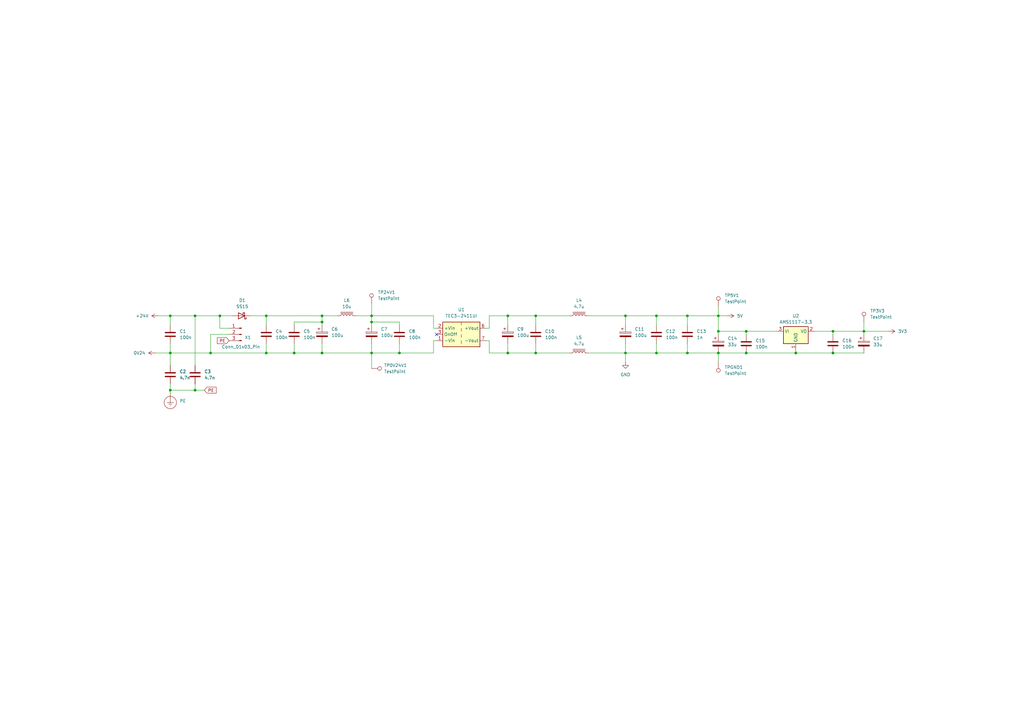
<source format=kicad_sch>
(kicad_sch (version 20250114) (generator "eeschema") (generator_version "9.0")
  (paper "A3")
  (title_block (title "Napajanje 5 V i 3,3 V") (date "2025-05-20") (rev "V1") (company "TVZ"))
  (lib_symbols
    (symbol "Connector:Conn_01x03_Pin" (pin_names (offset 1.016) (hide yes))
      (property "Reference" "J" (at 0 5.08 0))
      (property "Value" "Conn_01x03_Pin" (at 0 -5.08 0))
      (symbol "Conn_01x03_Pin_1_1"
        (rectangle (start 0.8636 2.667) (end 0 2.413) (stroke (width 0.1524)) (fill (type outline)))
        (rectangle (start 0.8636 0.127) (end 0 -0.127) (stroke (width 0.1524)) (fill (type outline)))
        (rectangle (start 0.8636 -2.413) (end 0 -2.667) (stroke (width 0.1524)) (fill (type outline)))
        (polyline (pts (xy 1.27 2.54) (xy 0.8636 2.54)) (stroke (width 0.1524)))
        (polyline (pts (xy 1.27 0) (xy 0.8636 0)) (stroke (width 0.1524)))
        (polyline (pts (xy 1.27 -2.54) (xy 0.8636 -2.54)) (stroke (width 0.1524)))
        (pin passive line (at 5.08 2.54 180) (length 3.81) (name "Pin_1") (number "1"))
        (pin passive line (at 5.08 0 180) (length 3.81) (name "Pin_2") (number "2"))
        (pin passive line (at 5.08 -2.54 180) (length 3.81) (name "Pin_3") (number "3"))
      )
    )
    (symbol "Connector:TestPoint" (pin_numbers (hide yes)) (pin_names (offset 0.762) (hide yes))
      (property "Reference" "TP" (at 0 6.858 0))
      (property "Value" "TestPoint" (at 0 5.08 0))
      (symbol "TestPoint_0_1"
        (circle (center 0 3.302) (radius 0.762))
      )
      (symbol "TestPoint_1_1"
        (pin passive line (at 0 0 90) (length 2.54) (name "1") (number "1"))
      )
    )
    (symbol "Converter_DCDC:TEC3-2411UI"
      (property "Reference" "U" (at -7.62 6.35 0))
      (property "Value" "TEC3-2411UI" (at 1.524 6.35 0))
      (symbol "TEC3-2411UI_0_0"
        (pin power_in line (at -10.16 2.54 0) (length 2.54) (name "+Vin") (number "2"))
        (pin input line (at -10.16 0 0) (length 2.54) (name "OnOff") (number "3"))
        (pin power_in line (at -10.16 -2.54 0) (length 2.54) (name "-Vin") (number "1"))
        (pin no_connect line (at 0 5.08 270) (length 2.54) (hide yes) (name "NC") (number "5"))
        (pin no_connect line (at 7.62 0 180) (length 2.54) (hide yes) (name "NC") (number "8"))
        (pin power_out line (at 10.16 2.54 180) (length 2.54) (name "+Vout") (number "6"))
        (pin power_out line (at 10.16 -2.54 180) (length 2.54) (name "-Vout") (number "7"))
      )
      (symbol "TEC3-2411UI_0_1"
        (rectangle (start -7.62 5.08) (end 7.62 -5.08) (stroke (width 0.254)) (fill (type background)))
        (polyline (pts (xy 0 5.08) (xy 0 3.81)))
        (polyline (pts (xy 0 2.54) (xy 0 1.27)))
        (polyline (pts (xy 0 0) (xy 0 -1.27)))
        (polyline (pts (xy 0 -2.54) (xy 0 -3.81)))
      )
    )
    (symbol "Device:C" (pin_numbers (hide yes)) (pin_names (offset 0.254))
      (property "Reference" "C" (at 0.635 2.54 0))
      (property "Value" "C" (at 0.635 -2.54 0))
      (symbol "C_0_1"
        (polyline (pts (xy -2.032 0.762) (xy 2.032 0.762)) (stroke (width 0.508)))
        (polyline (pts (xy -2.032 -0.762) (xy 2.032 -0.762)) (stroke (width 0.508)))
      )
      (symbol "C_1_1"
        (pin passive line (at 0 3.81 270) (length 2.794) (name "~") (number "1"))
        (pin passive line (at 0 -3.81 90) (length 2.794) (name "~") (number "2"))
      )
    )
    (symbol "Device:C_Polarized" (pin_numbers (hide yes)) (pin_names (offset 0.254))
      (property "Reference" "C" (at 0.635 2.54 0))
      (property "Value" "C_Polarized" (at 0.635 -2.54 0))
      (symbol "C_Polarized_0_1"
        (rectangle (start -2.286 0.508) (end 2.286 1.016))
        (polyline (pts (xy -1.778 2.286) (xy -0.762 2.286)))
        (polyline (pts (xy -1.27 2.794) (xy -1.27 1.778)))
        (rectangle (start 2.286 -0.508) (end -2.286 -1.016) (fill (type outline)))
      )
      (symbol "C_Polarized_1_1"
        (pin passive line (at 0 3.81 270) (length 2.794) (name "~") (number "1"))
        (pin passive line (at 0 -3.81 90) (length 2.794) (name "~") (number "2"))
      )
    )
    (symbol "Device:D_Schottky" (pin_numbers (hide yes)) (pin_names (offset 1.016) (hide yes))
      (property "Reference" "D" (at 0 2.54 0))
      (property "Value" "D_Schottky" (at 0 -2.54 0))
      (symbol "D_Schottky_0_1"
        (polyline (pts (xy -1.905 0.635) (xy -1.905 1.27) (xy -1.27 1.27) (xy -1.27 -1.27) (xy -0.635 -1.27) (xy -0.635 -0.635)) (stroke (width 0.254)))
        (polyline (pts (xy 1.27 1.27) (xy 1.27 -1.27) (xy -1.27 0) (xy 1.27 1.27)) (stroke (width 0.254)))
        (polyline (pts (xy 1.27 0) (xy -1.27 0)))
      )
      (symbol "D_Schottky_1_1"
        (pin passive line (at -3.81 0 0) (length 2.54) (name "K") (number "1"))
        (pin passive line (at 3.81 0 180) (length 2.54) (name "A") (number "2"))
      )
    )
    (symbol "Device:L_Iron" (pin_numbers (hide yes)) (pin_names (offset 1.016) (hide yes))
      (property "Reference" "L" (at -1.27 0 90))
      (property "Value" "L_Iron" (at 2.794 0 90))
      (symbol "L_Iron_0_1"
        (arc (start 0 2.54) (mid 0.6323 1.905) (end 0 1.27))
        (arc (start 0 1.27) (mid 0.6323 0.635) (end 0 0))
        (arc (start 0 0) (mid 0.6323 -0.635) (end 0 -1.27))
        (arc (start 0 -1.27) (mid 0.6323 -1.905) (end 0 -2.54))
        (polyline (pts (xy 1.016 2.54) (xy 1.016 -2.54)))
        (polyline (pts (xy 1.524 -2.54) (xy 1.524 2.54)))
      )
      (symbol "L_Iron_1_1"
        (pin passive line (at 0 3.81 270) (length 1.27) (name "1") (number "1"))
        (pin passive line (at 0 -3.81 90) (length 1.27) (name "2") (number "2"))
      )
    )
    (symbol "Regulator_Linear:AMS1117-3.3"
      (property "Reference" "U" (at -3.81 3.175 0))
      (property "Value" "AMS1117-3.3" (at 0 3.175 0))
      (symbol "AMS1117-3.3_0_1"
        (rectangle (start -5.08 -5.08) (end 5.08 1.905) (stroke (width 0.254)) (fill (type background)))
      )
      (symbol "AMS1117-3.3_1_1"
        (pin power_in line (at -7.62 0 0) (length 2.54) (name "VI") (number "3"))
        (pin power_in line (at 0 -7.62 90) (length 2.54) (name "GND") (number "1"))
        (pin power_out line (at 7.62 0 180) (length 2.54) (name "VO") (number "2"))
      )
    )
    (symbol "power:+24V" (power) (pin_numbers (hide yes)) (pin_names (offset 0) (hide yes))
      (property "Value" "+24V" (at 0 3.556 0))
      (symbol "+24V_0_1"
        (polyline (pts (xy -0.762 1.27) (xy 0 2.54)))
        (polyline (pts (xy 0 2.54) (xy 0.762 1.27)))
        (polyline (pts (xy 0 0) (xy 0 2.54)))
      )
      (symbol "+24V_1_1"
        (pin power_in line (at 0 0 90) (length 0) (name "~") (number "1"))
      )
    )
    (symbol "power:+3V3" (power) (pin_numbers (hide yes)) (pin_names (offset 0) (hide yes))
      (property "Value" "+3V3" (at 0 3.556 0))
      (symbol "+3V3_0_1"
        (polyline (pts (xy -0.762 1.27) (xy 0 2.54)))
        (polyline (pts (xy 0 2.54) (xy 0.762 1.27)))
        (polyline (pts (xy 0 0) (xy 0 2.54)))
      )
      (symbol "+3V3_1_1"
        (pin power_in line (at 0 0 90) (length 0) (name "~") (number "1"))
      )
    )
    (symbol "power:+5V" (power) (pin_numbers (hide yes)) (pin_names (offset 0) (hide yes))
      (property "Value" "+5V" (at 0 3.556 0))
      (symbol "+5V_0_1"
        (polyline (pts (xy -0.762 1.27) (xy 0 2.54)))
        (polyline (pts (xy 0 2.54) (xy 0.762 1.27)))
        (polyline (pts (xy 0 0) (xy 0 2.54)))
      )
      (symbol "+5V_1_1"
        (pin power_in line (at 0 0 90) (length 0) (name "~") (number "1"))
      )
    )
    (symbol "power:Earth_Protective" (power) (pin_numbers (hide yes)) (pin_names (offset 0) (hide yes))
      (property "Value" "Earth_Protective" (at 0 -7.62 0))
      (symbol "Earth_Protective_0_1"
        (polyline (pts (xy -0.635 -4.445) (xy 0.635 -4.445)))
        (polyline (pts (xy -0.127 -5.08) (xy 0.127 -5.08)))
        (polyline (pts (xy 0 -3.81) (xy 0 0)))
        (circle (center 0 -3.81) (radius 2.54))
        (polyline (pts (xy 1.27 -3.81) (xy -1.27 -3.81)))
      )
      (symbol "Earth_Protective_1_1"
        (pin power_in line (at 0 0 270) (length 0) (name "~") (number "1"))
      )
    )
    (symbol "power:GND" (power) (pin_numbers (hide yes)) (pin_names (offset 0) (hide yes))
      (property "Value" "GND" (at 0 -3.81 0))
      (symbol "GND_0_1"
        (polyline (pts (xy 0 0) (xy 0 -1.27) (xy 1.27 -1.27) (xy 0 -2.54) (xy -1.27 -1.27) (xy 0 -1.27)))
      )
      (symbol "GND_1_1"
        (pin power_in line (at 0 0 270) (length 0) (name "~") (number "1"))
      )
    )
    (symbol "power:VDC" (power) (pin_numbers (hide yes)) (pin_names (offset 0) (hide yes))
      (property "Value" "VDC" (at 0 3.556 0))
      (symbol "VDC_0_1"
        (polyline (pts (xy -0.762 1.27) (xy 0 2.54)))
        (polyline (pts (xy 0 2.54) (xy 0.762 1.27)))
        (polyline (pts (xy 0 0) (xy 0 2.54)))
      )
      (symbol "VDC_1_1"
        (pin power_in line (at 0 0 90) (length 0) (name "~") (number "1"))
      )
    )
  )
  (junction (at 69.85 160.02))
  (junction (at 109.22 144.78))
  (junction (at 294.64 144.78))
  (junction (at 294.64 135.89))
  (junction (at 152.4 132.08))
  (junction (at 80.01 160.02))
  (junction (at 86.36 144.78))
  (junction (at 109.22 129.54))
  (junction (at 120.65 144.78))
  (junction (at 163.83 144.78))
  (junction (at 281.94 129.54))
  (junction (at 219.71 129.54))
  (junction (at 256.54 144.78))
  (junction (at 269.24 129.54))
  (junction (at 294.64 129.54))
  (junction (at 341.63 135.89))
  (junction (at 306.07 135.89))
  (junction (at 132.08 132.08))
  (junction (at 306.07 144.78))
  (junction (at 219.71 144.78))
  (junction (at 132.08 129.54))
  (junction (at 152.4 144.78))
  (junction (at 354.33 135.89))
  (junction (at 208.28 129.54))
  (junction (at 80.01 129.54))
  (junction (at 152.4 129.54))
  (junction (at 341.63 144.78))
  (junction (at 269.24 144.78))
  (junction (at 69.85 144.78))
  (junction (at 208.28 144.78))
  (junction (at 132.08 144.78))
  (junction (at 90.17 129.54))
  (junction (at 326.39 144.78))
  (junction (at 256.54 129.54))
  (junction (at 281.94 144.78))
  (junction (at 69.85 129.54))
  (no_connect (at 179.07 137.16))
  (wire (pts (xy 152.4 129.54) (xy 177.8 129.54)))
  (wire (pts (xy 69.85 160.02) (xy 80.01 160.02)))
  (wire (pts (xy 294.64 135.89) (xy 294.64 137.16)))
  (wire (pts (xy 120.65 132.08) (xy 132.08 132.08)))
  (wire (pts (xy 152.4 133.35) (xy 152.4 132.08)))
  (wire (pts (xy 120.65 144.78) (xy 109.22 144.78)))
  (wire (pts (xy 269.24 140.97) (xy 269.24 144.78)))
  (wire (pts (xy 326.39 144.78) (xy 341.63 144.78)))
  (wire (pts (xy 152.4 124.46) (xy 152.4 129.54)))
  (wire (pts (xy 341.63 144.78) (xy 354.33 144.78)))
  (wire (pts (xy 69.85 140.97) (xy 69.85 144.78)))
  (wire (pts (xy 69.85 129.54) (xy 80.01 129.54)))
  (wire (pts (xy 200.66 134.62) (xy 199.39 134.62)))
  (wire (pts (xy 294.64 125.73) (xy 294.64 129.54)))
  (wire (pts (xy 200.66 144.78) (xy 208.28 144.78)))
  (wire (pts (xy 256.54 144.78) (xy 269.24 144.78)))
  (wire (pts (xy 69.85 160.02) (xy 69.85 161.29)))
  (wire (pts (xy 93.98 134.62) (xy 90.17 134.62)))
  (wire (pts (xy 208.28 140.97) (xy 208.28 144.78)))
  (wire (pts (xy 269.24 133.35) (xy 269.24 129.54)))
  (wire (pts (xy 306.07 137.16) (xy 306.07 135.89)))
  (wire (pts (xy 354.33 132.08) (xy 354.33 135.89)))
  (wire (pts (xy 152.4 129.54) (xy 146.05 129.54)))
  (wire (pts (xy 294.64 129.54) (xy 281.94 129.54)))
  (wire (pts (xy 152.4 144.78) (xy 163.83 144.78)))
  (wire (pts (xy 163.83 133.35) (xy 163.83 132.08)))
  (wire (pts (xy 241.3 129.54) (xy 256.54 129.54)))
  (wire (pts (xy 152.4 140.97) (xy 152.4 144.78)))
  (wire (pts (xy 219.71 140.97) (xy 219.71 144.78)))
  (wire (pts (xy 354.33 137.16) (xy 354.33 135.89)))
  (wire (pts (xy 132.08 144.78) (xy 152.4 144.78)))
  (wire (pts (xy 80.01 157.48) (xy 80.01 160.02)))
  (wire (pts (xy 219.71 129.54) (xy 233.68 129.54)))
  (wire (pts (xy 64.77 129.54) (xy 69.85 129.54)))
  (wire (pts (xy 93.98 137.16) (xy 86.36 137.16)))
  (wire (pts (xy 219.71 133.35) (xy 219.71 129.54)))
  (wire (pts (xy 132.08 132.08) (xy 132.08 129.54)))
  (wire (pts (xy 80.01 129.54) (xy 80.01 149.86)))
  (wire (pts (xy 152.4 132.08) (xy 163.83 132.08)))
  (wire (pts (xy 69.85 133.35) (xy 69.85 129.54)))
  (wire (pts (xy 132.08 133.35) (xy 132.08 132.08)))
  (wire (pts (xy 294.64 129.54) (xy 294.64 135.89)))
  (wire (pts (xy 256.54 140.97) (xy 256.54 144.78)))
  (wire (pts (xy 306.07 135.89) (xy 294.64 135.89)))
  (wire (pts (xy 177.8 134.62) (xy 179.07 134.62)))
  (wire (pts (xy 80.01 160.02) (xy 83.82 160.02)))
  (wire (pts (xy 90.17 134.62) (xy 90.17 129.54)))
  (wire (pts (xy 200.66 139.7) (xy 199.39 139.7)))
  (wire (pts (xy 241.3 144.78) (xy 256.54 144.78)))
  (wire (pts (xy 120.65 140.97) (xy 120.65 144.78)))
  (wire (pts (xy 109.22 140.97) (xy 109.22 144.78)))
  (wire (pts (xy 341.63 135.89) (xy 354.33 135.89)))
  (wire (pts (xy 326.39 143.51) (xy 326.39 144.78)))
  (wire (pts (xy 269.24 144.78) (xy 281.94 144.78)))
  (wire (pts (xy 256.54 133.35) (xy 256.54 129.54)))
  (wire (pts (xy 281.94 144.78) (xy 294.64 144.78)))
  (wire (pts (xy 132.08 144.78) (xy 120.65 144.78)))
  (wire (pts (xy 294.64 129.54) (xy 298.45 129.54)))
  (wire (pts (xy 281.94 129.54) (xy 269.24 129.54)))
  (wire (pts (xy 256.54 129.54) (xy 269.24 129.54)))
  (wire (pts (xy 120.65 133.35) (xy 120.65 132.08)))
  (wire (pts (xy 334.01 135.89) (xy 341.63 135.89)))
  (wire (pts (xy 326.39 144.78) (xy 306.07 144.78)))
  (wire (pts (xy 152.4 132.08) (xy 152.4 129.54)))
  (wire (pts (xy 132.08 140.97) (xy 132.08 144.78)))
  (wire (pts (xy 294.64 148.59) (xy 294.64 144.78)))
  (wire (pts (xy 177.8 134.62) (xy 177.8 129.54)))
  (wire (pts (xy 109.22 129.54) (xy 132.08 129.54)))
  (wire (pts (xy 354.33 135.89) (xy 364.49 135.89)))
  (wire (pts (xy 69.85 157.48) (xy 69.85 160.02)))
  (wire (pts (xy 109.22 129.54) (xy 109.22 133.35)))
  (wire (pts (xy 86.36 137.16) (xy 86.36 144.78)))
  (wire (pts (xy 208.28 133.35) (xy 208.28 129.54)))
  (wire (pts (xy 281.94 140.97) (xy 281.94 144.78)))
  (wire (pts (xy 200.66 129.54) (xy 200.66 134.62)))
  (wire (pts (xy 208.28 144.78) (xy 219.71 144.78)))
  (wire (pts (xy 69.85 144.78) (xy 63.5 144.78)))
  (wire (pts (xy 132.08 129.54) (xy 138.43 129.54)))
  (wire (pts (xy 177.8 139.7) (xy 177.8 144.78)))
  (wire (pts (xy 281.94 133.35) (xy 281.94 129.54)))
  (wire (pts (xy 256.54 144.78) (xy 256.54 148.59)))
  (wire (pts (xy 177.8 144.78) (xy 163.83 144.78)))
  (wire (pts (xy 341.63 135.89) (xy 341.63 137.16)))
  (wire (pts (xy 177.8 139.7) (xy 179.07 139.7)))
  (wire (pts (xy 102.87 129.54) (xy 109.22 129.54)))
  (wire (pts (xy 294.64 144.78) (xy 306.07 144.78)))
  (wire (pts (xy 163.83 140.97) (xy 163.83 144.78)))
  (wire (pts (xy 219.71 144.78) (xy 233.68 144.78)))
  (wire (pts (xy 69.85 144.78) (xy 69.85 149.86)))
  (wire (pts (xy 69.85 144.78) (xy 86.36 144.78)))
  (wire (pts (xy 152.4 144.78) (xy 152.4 151.13)))
  (wire (pts (xy 200.66 139.7) (xy 200.66 144.78)))
  (wire (pts (xy 80.01 129.54) (xy 90.17 129.54)))
  (wire (pts (xy 90.17 129.54) (xy 95.25 129.54)))
  (wire (pts (xy 208.28 129.54) (xy 219.71 129.54)))
  (wire (pts (xy 86.36 144.78) (xy 109.22 144.78)))
  (wire (pts (xy 208.28 129.54) (xy 200.66 129.54)))
  (wire (pts (xy 306.07 135.89) (xy 318.77 135.89)))
  (global_label "PE" (shape input) (at 83.82 160.02 0) (property "Intersheetrefs" "${INTERSHEET_REFS}" (effects (hide yes))))
  (global_label "PE" (shape input) (at 93.98 139.7 180) (property "Intersheetrefs" "${INTERSHEET_REFS}" (effects (hide yes))))
  (symbol (lib_id "power:+5V") (at 298.45 129.54 270) (unit 1)
    (property "Reference" "#PWR05" (effects (hide yes)))
    (property "Value" "5V" (at 302.26 129.5399 90) (effects (justify left)))
    (property "Description" "Power symbol creates a global label with name \"+5V\"" (effects (hide yes)))
  )
  (symbol (lib_id "Device:C") (at 341.63 140.97 0) (unit 1)
    (property "Reference" "C16" (at 345.44 139.6999 0) (effects (justify left)))
    (property "Value" "100n" (at 345.44 142.2399 0) (effects (justify left)))
    (property "Footprint" "Capacitor_SMD:C_1206_3216Metric_Pad1.33x1.80mm_HandSolder" (effects (hide yes)))
    (property "Description" "Unpolarized capacitor" (effects (hide yes)))
  )
  (symbol (lib_id "Device:C") (at 269.24 137.16 0) (unit 1)
    (property "Reference" "C12" (at 273.05 135.8899 0) (effects (justify left)))
    (property "Value" "100n" (at 273.05 138.4299 0) (effects (justify left)))
    (property "Footprint" "Capacitor_SMD:C_1206_3216Metric_Pad1.33x1.80mm_HandSolder" (effects (hide yes)))
    (property "Description" "Unpolarized capacitor" (effects (hide yes)))
  )
  (symbol (lib_id "Connector:TestPoint") (at 354.33 132.08 0) (unit 1)
    (property "Reference" "TP3V3" (at 356.87 127.5079 0) (effects (justify left)))
    (property "Value" "TestPoint" (at 356.87 130.0479 0) (effects (justify left)))
    (property "Footprint" "TestPoint:TestPoint_Loop_D1.80mm_Drill1.0mm_Beaded" (effects (hide yes)))
    (property "Description" "test point" (effects (hide yes)))
  )
  (symbol (lib_id "Device:C") (at 120.65 137.16 0) (unit 1)
    (property "Reference" "C5" (at 124.46 135.8899 0) (effects (justify left)))
    (property "Value" "100n" (at 124.46 138.4299 0) (effects (justify left)))
    (property "Footprint" "Capacitor_SMD:C_1206_3216Metric_Pad1.33x1.80mm_HandSolder" (effects (hide yes)))
    (property "Description" "Unpolarized capacitor" (effects (hide yes)))
  )
  (symbol (lib_id "power:+24V") (at 64.77 129.54 90) (unit 1)
    (property "Reference" "#PWR02" (effects (hide yes)))
    (property "Value" "+24V" (at 60.96 129.5399 90) (effects (justify left)))
    (property "Description" "Power symbol creates a global label with name \"+24V\"" (effects (hide yes)))
  )
  (symbol (lib_id "Device:C") (at 163.83 137.16 0) (unit 1)
    (property "Reference" "C8" (at 167.64 135.8899 0) (effects (justify left)))
    (property "Value" "100n" (at 167.64 138.4299 0) (effects (justify left)))
    (property "Footprint" "Capacitor_SMD:C_1206_3216Metric_Pad1.33x1.80mm_HandSolder" (effects (hide yes)))
    (property "Description" "Unpolarized capacitor" (effects (hide yes)))
  )
  (symbol (lib_id "Device:C") (at 69.85 153.67 0) (unit 1)
    (property "Reference" "C2" (at 73.66 152.3999 0) (effects (justify left)))
    (property "Value" "4.7n" (at 73.66 154.9399 0) (effects (justify left)))
    (property "Footprint" "Capacitor_SMD:C_1206_3216Metric_Pad1.33x1.80mm_HandSolder" (effects (hide yes)))
    (property "Description" "Unpolarized capacitor" (effects (hide yes)))
  )
  (symbol (lib_id "Device:C") (at 219.71 137.16 0) (unit 1)
    (property "Reference" "C10" (at 223.52 135.8899 0) (effects (justify left)))
    (property "Value" "100n" (at 223.52 138.4299 0) (effects (justify left)))
    (property "Footprint" "Capacitor_SMD:C_1206_3216Metric_Pad1.33x1.80mm_HandSolder" (effects (hide yes)))
    (property "Description" "Unpolarized capacitor" (effects (hide yes)))
  )
  (symbol (lib_id "Device:L_Iron") (at 237.49 144.78 90) (unit 1)
    (property "Reference" "L5" (at 237.49 138.43 90))
    (property "Value" "4.7u" (at 237.49 140.97 90))
    (property "Footprint" "Inductor_SMD:L_1008_2520Metric_Pad1.43x2.20mm_HandSolder" (effects (hide yes)))
    (property "Description" "Inductor with iron core" (effects (hide yes)))
  )
  (symbol (lib_id "Device:C") (at 306.07 140.97 0) (unit 1)
    (property "Reference" "C15" (at 309.88 139.6999 0) (effects (justify left)))
    (property "Value" "100n" (at 309.88 142.2399 0) (effects (justify left)))
    (property "Footprint" "Capacitor_SMD:C_1206_3216Metric_Pad1.33x1.80mm_HandSolder" (effects (hide yes)))
    (property "Description" "Unpolarized capacitor" (effects (hide yes)))
  )
  (symbol (lib_id "Device:C") (at 109.22 137.16 0) (unit 1)
    (property "Reference" "C4" (at 113.03 135.8899 0) (effects (justify left)))
    (property "Value" "100n" (at 113.03 138.4299 0) (effects (justify left)))
    (property "Footprint" "Capacitor_SMD:C_1206_3216Metric_Pad1.33x1.80mm_HandSolder" (effects (hide yes)))
    (property "Description" "Unpolarized capacitor" (effects (hide yes)))
  )
  (symbol (lib_id "power:Earth_Protective") (at 69.85 161.29 0) (unit 1)
    (property "Reference" "#PWR03" (effects (hide yes)))
    (property "Value" "PE" (at 73.66 164.4649 0) (effects (justify left)))
    (property "Description" "Power symbol creates a global label with name \"Earth_Protective\"" (effects (hide yes)))
  )
  (symbol (lib_id "Device:C_Polarized") (at 152.4 137.16 0) (unit 1)
    (property "Reference" "C7" (at 156.21 135.0009 0) (effects (justify left)))
    (property "Value" "100u" (at 156.21 137.5409 0) (effects (justify left)))
    (property "Footprint" "Capacitor_THT:CP_Radial_D6.3mm_P2.50mm" (effects (hide yes)))
    (property "Description" "Polarized capacitor" (effects (hide yes)))
  )
  (symbol (lib_id "Device:C_Polarized") (at 132.08 137.16 0) (unit 1)
    (property "Reference" "C6" (at 135.89 135.0009 0) (effects (justify left)))
    (property "Value" "100u" (at 135.89 137.5409 0) (effects (justify left)))
    (property "Footprint" "Capacitor_THT:CP_Radial_D6.3mm_P2.50mm" (effects (hide yes)))
    (property "Description" "Polarized capacitor" (effects (hide yes)))
  )
  (symbol (lib_id "Device:C") (at 69.85 137.16 0) (unit 1)
    (property "Reference" "C1" (at 73.66 135.8899 0) (effects (justify left)))
    (property "Value" "100n" (at 73.66 138.4299 0) (effects (justify left)))
    (property "Footprint" "Capacitor_SMD:C_1206_3216Metric_Pad1.33x1.80mm_HandSolder" (effects (hide yes)))
    (property "Description" "Unpolarized capacitor" (effects (hide yes)))
  )
  (symbol (lib_id "Device:C_Polarized") (at 208.28 137.16 0) (unit 1)
    (property "Reference" "C9" (at 212.09 135.0009 0) (effects (justify left)))
    (property "Value" "100u" (at 212.09 137.5409 0) (effects (justify left)))
    (property "Footprint" "Capacitor_THT:CP_Radial_D6.3mm_P2.50mm" (effects (hide yes)))
    (property "Description" "Polarized capacitor" (effects (hide yes)))
  )
  (symbol (lib_id "power:+3V3") (at 364.49 135.89 270) (unit 1)
    (property "Reference" "#PWR06" (effects (hide yes)))
    (property "Value" "3V3" (at 368.3 135.8899 90) (effects (justify left)))
    (property "Description" "Power symbol creates a global label with name \"+3V3\"" (effects (hide yes)))
  )
  (symbol (lib_id "Converter_DCDC:TEC3-2411UI") (at 189.23 137.16 0) (unit 1)
    (property "Reference" "U1" (at 189.23 127 0))
    (property "Value" "TEC3-2411UI" (at 189.23 129.54 0))
    (property "Footprint" "Converter_DCDC:Converter_DCDC_TRACO_TEC3-24xxUI_THT" (effects (hide yes)))
    (property "Datasheet" "https://www.tracopower.com/products/tec3ui.pdf" (effects (hide yes)))
    (property "Description" "3W DC/DC converter regulated, 9-75V input, 5V fixed output voltage, 600mA output, 2.0kVDC isolation, SIP-8" (effects (hide yes)))
  )
  (symbol (lib_id "Connector:TestPoint") (at 152.4 151.13 270) (unit 1)
    (property "Reference" "TP0V24V1" (at 157.48 149.8599 90) (effects (justify left)))
    (property "Value" "TestPoint" (at 157.48 152.3999 90) (effects (justify left)))
    (property "Footprint" "TestPoint:TestPoint_Loop_D1.80mm_Drill1.0mm_Beaded" (effects (hide yes)))
    (property "Description" "test point" (effects (hide yes)))
  )
  (symbol (lib_id "Connector:TestPoint") (at 152.4 124.46 0) (unit 1)
    (property "Reference" "TP24V1" (at 154.94 119.8879 0) (effects (justify left)))
    (property "Value" "TestPoint" (at 154.94 122.4279 0) (effects (justify left)))
    (property "Footprint" "TestPoint:TestPoint_Loop_D1.80mm_Drill1.0mm_Beaded" (effects (hide yes)))
    (property "Description" "test point" (effects (hide yes)))
  )
  (symbol (lib_id "Device:D_Schottky") (at 99.06 129.54 180) (unit 1)
    (property "Reference" "D1" (at 99.3775 123.19 0))
    (property "Value" "SS15" (at 99.3775 125.73 0))
    (property "Footprint" "Diode_SMD:D_2010_5025Metric_Pad1.52x2.65mm_HandSolder" (effects (hide yes)))
    (property "Description" "Schottky diode" (effects (hide yes)))
  )
  (symbol (lib_id "Connector:Conn_01x03_Pin") (at 99.06 137.16 0) (mirror y) (unit 1)
    (property "Reference" "X1" (at 100.33 138.4301 0) (effects (justify right)))
    (property "Value" "Conn_01x03_Pin" (at 90.932 142.24 0) (effects (justify right)))
    (property "Footprint" "Connector_Phoenix_GMSTB:PhoenixContact_GMSTBA_2,5_3-G-7,62_1x03_P7.62mm_Horizontal" (effects (hide yes)))
    (property "Description" "Generic connector, single row, 01x03, script generated" (effects (hide yes)))
  )
  (symbol (lib_id "Connector:TestPoint") (at 294.64 125.73 0) (unit 1)
    (property "Reference" "TP5V1" (at 297.18 121.1579 0) (effects (justify left)))
    (property "Value" "TestPoint" (at 297.18 123.6979 0) (effects (justify left)))
    (property "Footprint" "TestPoint:TestPoint_Loop_D1.80mm_Drill1.0mm_Beaded" (effects (hide yes)))
    (property "Description" "test point" (effects (hide yes)))
  )
  (symbol (lib_id "Device:C_Polarized") (at 354.33 140.97 0) (unit 1)
    (property "Reference" "C17" (at 358.14 138.8109 0) (effects (justify left)))
    (property "Value" "33u" (at 358.14 141.3509 0) (effects (justify left)))
    (property "Footprint" "Capacitor_THT:CP_Radial_D6.3mm_P2.50mm" (effects (hide yes)))
    (property "Description" "Polarized capacitor" (effects (hide yes)))
  )
  (symbol (lib_id "Connector:TestPoint") (at 294.64 148.59 180) (unit 1)
    (property "Reference" "TPGND1" (at 297.18 150.6219 0) (effects (justify right)))
    (property "Value" "TestPoint" (at 297.18 153.1619 0) (effects (justify right)))
    (property "Footprint" "TestPoint:TestPoint_Loop_D1.80mm_Drill1.0mm_Beaded" (effects (hide yes)))
    (property "Description" "test point" (effects (hide yes)))
  )
  (symbol (lib_id "power:GND") (at 256.54 148.59 0) (unit 1)
    (property "Reference" "#PWR04" (effects (hide yes)))
    (property "Value" "GND" (at 256.54 153.67 0))
    (property "Description" "Power symbol creates a global label with name \"GND\" , ground" (effects (hide yes)))
  )
  (symbol (lib_id "Device:C") (at 80.01 153.67 0) (unit 1)
    (property "Reference" "C3" (at 83.82 152.3999 0) (effects (justify left)))
    (property "Value" "4.7n" (at 83.82 154.9399 0) (effects (justify left)))
    (property "Footprint" "Capacitor_SMD:C_1206_3216Metric_Pad1.33x1.80mm_HandSolder" (effects (hide yes)))
    (property "Description" "Unpolarized capacitor" (effects (hide yes)))
  )
  (symbol (lib_id "Regulator_Linear:AMS1117-3.3") (at 326.39 135.89 0) (unit 1)
    (property "Reference" "U2" (at 326.39 129.54 0))
    (property "Value" "AMS1117-3.3" (at 326.39 132.08 0))
    (property "Footprint" "Package_TO_SOT_SMD:SOT-223-3_TabPin2" (effects (hide yes)))
    (property "Datasheet" "http://www.advanced-monolithic.com/pdf/ds1117.pdf" (effects (hide yes)))
    (property "Description" "1A Low Dropout regulator, positive, 3.3V fixed output, SOT-223" (effects (hide yes)))
  )
  (symbol (lib_id "Device:C_Polarized") (at 294.64 140.97 0) (unit 1)
    (property "Reference" "C14" (at 298.45 138.8109 0) (effects (justify left)))
    (property "Value" "33u" (at 298.45 141.3509 0) (effects (justify left)))
    (property "Footprint" "Capacitor_THT:CP_Radial_D6.3mm_P2.50mm" (effects (hide yes)))
    (property "Description" "Polarized capacitor" (effects (hide yes)))
  )
  (symbol (lib_id "Device:L_Iron") (at 142.24 129.54 90) (unit 1)
    (property "Reference" "L6" (at 142.24 123.19 90))
    (property "Value" "10u" (at 142.24 125.73 90))
    (property "Footprint" "Inductor_SMD:L_1008_2520Metric_Pad1.43x2.20mm_HandSolder" (effects (hide yes)))
    (property "Description" "Inductor with iron core" (effects (hide yes)))
  )
  (symbol (lib_id "Device:C") (at 281.94 137.16 0) (unit 1)
    (property "Reference" "C13" (at 285.75 135.8899 0) (effects (justify left)))
    (property "Value" "1n" (at 285.75 138.4299 0) (effects (justify left)))
    (property "Footprint" "Capacitor_SMD:C_1206_3216Metric_Pad1.33x1.80mm_HandSolder" (effects (hide yes)))
    (property "Description" "Unpolarized capacitor" (effects (hide yes)))
  )
  (symbol (lib_id "Device:C_Polarized") (at 256.54 137.16 0) (unit 1)
    (property "Reference" "C11" (at 260.35 135.0009 0) (effects (justify left)))
    (property "Value" "100u" (at 260.35 137.5409 0) (effects (justify left)))
    (property "Footprint" "Capacitor_THT:CP_Radial_D6.3mm_P2.50mm" (effects (hide yes)))
    (property "Description" "Polarized capacitor" (effects (hide yes)))
  )
  (symbol (lib_id "Device:L_Iron") (at 237.49 129.54 90) (unit 1)
    (property "Reference" "L4" (at 237.49 123.19 90))
    (property "Value" "4.7u" (at 237.49 125.73 90))
    (property "Footprint" "Inductor_SMD:L_1008_2520Metric_Pad1.43x2.20mm_HandSolder" (effects (hide yes)))
    (property "Description" "Inductor with iron core" (effects (hide yes)))
  )
  (symbol (lib_id "power:VDC") (at 63.5 144.78 90) (unit 1)
    (property "Reference" "#PWR01" (effects (hide yes)))
    (property "Value" "0V24" (at 59.69 144.7799 90) (effects (justify left)))
    (property "Description" "Power symbol creates a global label with name \"VDC\"" (effects (hide yes)))
  )
)
</source>
